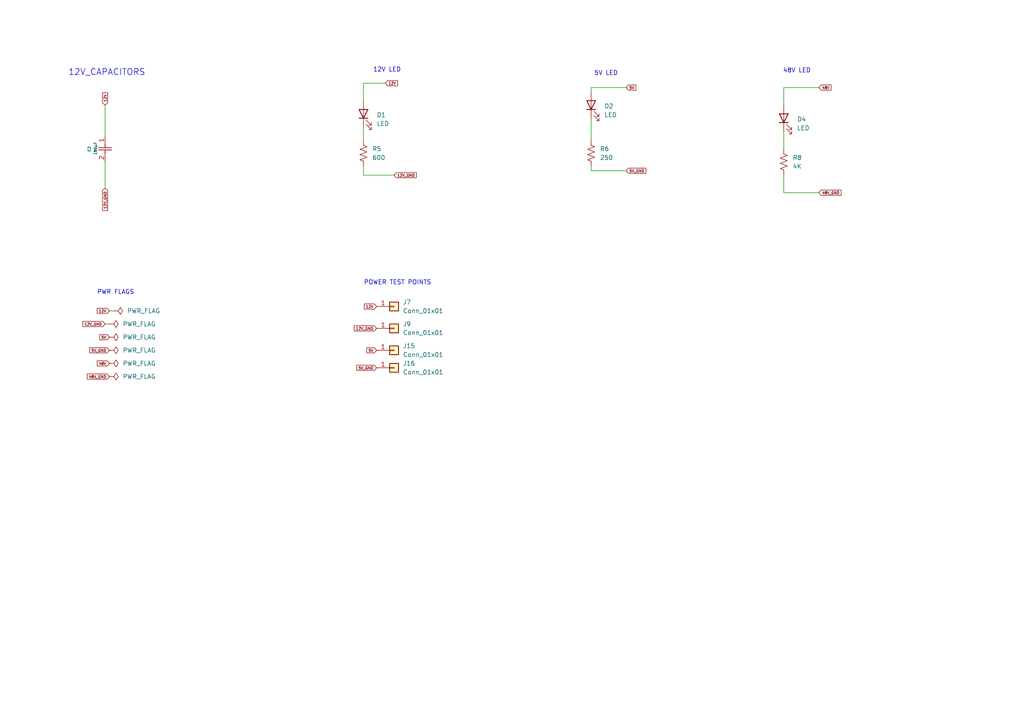
<source format=kicad_sch>
(kicad_sch (version 20231120) (generator "eeschema") (generator_version "8.0")
  (paper "A4")
  (lib_symbols
    (symbol "2024-10-19_19-04-44:EEE-FN1H181UP" (pin_names (offset 0.254))
      (property "Reference" "C" (at 3.81 3.81 0))
      (property "Value" "EEE-FN1H181UP" (at 3.81 -3.81 0))
      (symbol "EEE-FN1H181UP_1_1"
        (polyline (pts (xy 2.54 0) (xy 3.4798 0)) (stroke (width 0.2032)))
        (polyline (pts (xy 3.4798 -1.905) (xy 3.4798 1.905)) (stroke (width 0.2032)))
        (polyline (pts (xy 4.1148 -1.905) (xy 4.1148 1.905)) (stroke (width 0.2032)))
        (polyline (pts (xy 4.1148 0) (xy 5.08 0)) (stroke (width 0.2032)))
        (pin unspecified line (at 0 0 0) (length 2.54) (name "") (number "1"))
        (pin unspecified line (at 7.62 0 180) (length 2.54) (name "") (number "2"))
      )
      (symbol "EEE-FN1H181UP_1_2"
        (polyline (pts (xy -1.905 -4.1148) (xy 1.905 -4.1148)) (stroke (width 0.2032)))
        (polyline (pts (xy -1.905 -3.4798) (xy 1.905 -3.4798)) (stroke (width 0.2032)))
        (polyline (pts (xy 0 -4.1148) (xy 0 -5.08)) (stroke (width 0.2032)))
        (polyline (pts (xy 0 -2.54) (xy 0 -3.4798)) (stroke (width 0.2032)))
        (pin unspecified line (at 0 0 270) (length 2.54) (name "") (number "1"))
        (pin unspecified line (at 0 -7.62 90) (length 2.54) (name "") (number "2"))
      )
    )
    (symbol "Connector_Generic:Conn_01x01" (pin_names (offset 1.016) hide)
      (property "Reference" "J" (at 0 2.54 0))
      (property "Value" "Conn_01x01" (at 0 -2.54 0))
      (symbol "Conn_01x01_1_1"
        (rectangle (start -1.27 0.127) (end 0 -0.127) (stroke (width 0.1524)))
        (rectangle (start -1.27 1.27) (end 1.27 -1.27) (stroke (width 0.254)) (fill (type background)))
        (pin passive line (at -5.08 0 0) (length 3.81) (name "Pin_1") (number "1"))
      )
    )
    (symbol "Device:LED" (pin_numbers hide) (pin_names (offset 1.016) hide)
      (property "Reference" "D" (at 0 2.54 0))
      (property "Value" "LED" (at 0 -2.54 0))
      (symbol "LED_0_1"
        (polyline (pts (xy -1.27 -1.27) (xy -1.27 1.27)) (stroke (width 0.254)))
        (polyline (pts (xy -1.27 0) (xy 1.27 0)))
        (polyline (pts (xy 1.27 -1.27) (xy 1.27 1.27) (xy -1.27 0) (xy 1.27 -1.27)) (stroke (width 0.254)))
        (polyline (pts (xy -3.048 -0.762) (xy -4.572 -2.286) (xy -3.81 -2.286) (xy -4.572 -2.286) (xy -4.572 -1.524)))
        (polyline (pts (xy -1.778 -0.762) (xy -3.302 -2.286) (xy -2.54 -2.286) (xy -3.302 -2.286) (xy -3.302 -1.524)))
      )
      (symbol "LED_1_1"
        (pin passive line (at -3.81 0 0) (length 2.54) (name "K") (number "1"))
        (pin passive line (at 3.81 0 180) (length 2.54) (name "A") (number "2"))
      )
    )
    (symbol "Device:R_US" (pin_numbers hide) (pin_names (offset 0))
      (property "Reference" "R" (at 2.54 0 90))
      (property "Value" "R_US" (at -2.54 0 90))
      (symbol "R_US_0_1"
        (polyline (pts (xy 0 -2.286) (xy 0 -2.54)))
        (polyline (pts (xy 0 2.286) (xy 0 2.54)))
        (polyline (pts (xy 0 -0.762) (xy 1.016 -1.143) (xy 0 -1.524) (xy -1.016 -1.905) (xy 0 -2.286)))
        (polyline (pts (xy 0 0.762) (xy 1.016 0.381) (xy 0 0) (xy -1.016 -0.381) (xy 0 -0.762)))
        (polyline (pts (xy 0 2.286) (xy 1.016 1.905) (xy 0 1.524) (xy -1.016 1.143) (xy 0 0.762)))
      )
      (symbol "R_US_1_1"
        (pin passive line (at 0 3.81 270) (length 1.27) (name "~") (number "1"))
        (pin passive line (at 0 -3.81 90) (length 1.27) (name "~") (number "2"))
      )
    )
    (symbol "power:PWR_FLAG" (power) (pin_numbers hide) (pin_names (offset 0) hide)
      (property "Value" "PWR_FLAG" (at 0 3.81 0))
      (symbol "PWR_FLAG_0_0"
        (pin power_out line (at 0 0 90) (length 0) (name "~") (number "1"))
      )
      (symbol "PWR_FLAG_0_1"
        (polyline (pts (xy 0 0) (xy 0 1.27) (xy -1.016 1.905) (xy 0 2.54) (xy 1.016 1.905) (xy 0 1.27)))
      )
    )
  )
  (wire (pts (xy 227.33 25.4) (xy 227.33 30.48)))
  (wire (pts (xy 111.76 24.13) (xy 105.41 24.13)))
  (wire (pts (xy 227.33 50.8) (xy 227.33 55.88)))
  (wire (pts (xy 171.45 25.4) (xy 171.45 26.67)))
  (wire (pts (xy 105.41 36.83) (xy 105.41 40.64)))
  (wire (pts (xy 227.33 55.88) (xy 237.49 55.88)))
  (wire (pts (xy 105.41 24.13) (xy 105.41 29.21)))
  (wire (pts (xy 171.45 34.29) (xy 171.45 40.64)))
  (wire (pts (xy 105.41 48.26) (xy 105.41 50.8)))
  (wire (pts (xy 237.49 25.4) (xy 227.33 25.4)))
  (wire (pts (xy 31.75 90.17) (xy 33.02 90.17)))
  (wire (pts (xy 30.48 30.48) (xy 30.48 39.37)))
  (wire (pts (xy 181.61 25.4) (xy 171.45 25.4)))
  (wire (pts (xy 171.45 49.53) (xy 181.61 49.53)))
  (wire (pts (xy 227.33 38.1) (xy 227.33 43.18)))
  (wire (pts (xy 171.45 48.26) (xy 171.45 49.53)))
  (wire (pts (xy 105.41 50.8) (xy 114.3 50.8)))
  (wire (pts (xy 30.48 93.98) (xy 31.75 93.98)))
  (wire (pts (xy 30.48 46.99) (xy 30.48 54.61)))
  (text "12V_CAPACITORS" (at 30.988 21.082 0) (effects (font (size 1.778 1.778))))
  (text "POWER TEST POINTS" (at 115.316 82.042 0) (effects (font (size 1.27 1.27))))
  (text "12V LED" (at 112.268 20.32 0) (effects (font (size 1.27 1.27))))
  (text "5V LED" (at 175.768 21.336 0) (effects (font (size 1.27 1.27))))
  (text "48V LED" (at 231.14 20.574 0) (effects (font (size 1.27 1.27))))
  (text "PWR FLAGS" (at 33.528 84.836 0) (effects (font (size 1.27 1.27))))
  (global_label "12V" (shape input) (at 111.76 24.13 0) (effects (font (size 0.762 0.762))) (property "Intersheetrefs" "${INTERSHEET_REFS}" (effects (hide yes))))
  (global_label "5V" (shape input) (at 31.75 97.79 180) (effects (font (size 0.762 0.762))) (property "Intersheetrefs" "${INTERSHEET_REFS}" (effects (hide yes))))
  (global_label "48V" (shape input) (at 31.75 105.41 180) (effects (font (size 0.762 0.762))) (property "Intersheetrefs" "${INTERSHEET_REFS}" (effects (hide yes))))
  (global_label "12V_GND" (shape input) (at 109.22 95.25 180) (effects (font (size 0.762 0.762))) (property "Intersheetrefs" "${INTERSHEET_REFS}" (effects (hide yes))))
  (global_label "48V" (shape input) (at 237.49 25.4 0) (effects (font (size 0.762 0.762))) (property "Intersheetrefs" "${INTERSHEET_REFS}" (effects (hide yes))))
  (global_label "5V" (shape input) (at 109.22 101.6 180) (effects (font (size 0.762 0.762))) (property "Intersheetrefs" "${INTERSHEET_REFS}" (effects (hide yes))))
  (global_label "5V_GND" (shape input) (at 181.61 49.53 0) (effects (font (size 0.762 0.762))) (property "Intersheetrefs" "${INTERSHEET_REFS}" (effects (hide yes))))
  (global_label "5V_GND" (shape input) (at 31.75 101.6 180) (effects (font (size 0.762 0.762))) (property "Intersheetrefs" "${INTERSHEET_REFS}" (effects (hide yes))))
  (global_label "12V" (shape input) (at 109.22 88.9 180) (effects (font (size 0.762 0.762))) (property "Intersheetrefs" "${INTERSHEET_REFS}" (effects (hide yes))))
  (global_label "48V_GND" (shape input) (at 31.75 109.22 180) (effects (font (size 0.762 0.762))) (property "Intersheetrefs" "${INTERSHEET_REFS}" (effects (hide yes))))
  (global_label "12V" (shape input) (at 31.75 90.17 180) (effects (font (size 0.762 0.762))) (property "Intersheetrefs" "${INTERSHEET_REFS}" (effects (hide yes))))
  (global_label "12V" (shape input) (at 30.48 30.48 90) (effects (font (size 0.762 0.762))) (property "Intersheetrefs" "${INTERSHEET_REFS}" (effects (hide yes))))
  (global_label "5V" (shape input) (at 181.61 25.4 0) (effects (font (size 0.762 0.762))) (property "Intersheetrefs" "${INTERSHEET_REFS}" (effects (hide yes))))
  (global_label "48V_GND" (shape input) (at 237.49 55.88 0) (effects (font (size 0.762 0.762))) (property "Intersheetrefs" "${INTERSHEET_REFS}" (effects (hide yes))))
  (global_label "12V_GND" (shape input) (at 30.48 54.61 270) (effects (font (size 0.762 0.762))) (property "Intersheetrefs" "${INTERSHEET_REFS}" (effects (hide yes))))
  (global_label "12V_GND" (shape input) (at 30.48 93.98 180) (effects (font (size 0.762 0.762))) (property "Intersheetrefs" "${INTERSHEET_REFS}" (effects (hide yes))))
  (global_label "5V_GND" (shape input) (at 109.22 106.68 180) (effects (font (size 0.762 0.762))) (property "Intersheetrefs" "${INTERSHEET_REFS}" (effects (hide yes))))
  (global_label "12V_GND" (shape input) (at 114.3 50.8 0) (effects (font (size 0.762 0.762))) (property "Intersheetrefs" "${INTERSHEET_REFS}" (effects (hide yes))))
  (symbol (lib_id "power:PWR_FLAG") (at 31.75 105.41 270) (unit 1)
    (property "Reference" "#FLG07" (effects (hide yes)))
    (property "Value" "PWR_FLAG" (at 35.56 105.4099 90) (effects (justify left)))
    (property "Description" "Special symbol for telling ERC where power comes from" (effects (hide yes)))
  )
  (symbol (lib_id "power:PWR_FLAG") (at 31.75 97.79 270) (unit 1)
    (property "Reference" "#FLG03" (effects (hide yes)))
    (property "Value" "PWR_FLAG" (at 35.56 97.7899 90) (effects (justify left)))
    (property "Description" "Special symbol for telling ERC where power comes from" (effects (hide yes)))
  )
  (symbol (lib_id "Connector_Generic:Conn_01x01") (at 114.3 95.25 0) (unit 1)
    (property "Reference" "J9" (at 116.84 93.9799 0) (effects (justify left)))
    (property "Value" "Conn_01x01" (at 116.84 96.5199 0) (effects (justify left)))
    (property "Footprint" "TestPoint:TestPoint_Pad_D4.0mm" (effects (hide yes)))
    (property "Description" "Generic connector, single row, 01x01, script generated (kicad-library-utils/schlib/autogen/connector/)" (effects (hide yes)))
  )
  (symbol (lib_id "Device:LED") (at 171.45 30.48 90) (unit 1)
    (property "Reference" "D2" (at 175.26 30.7974 90) (effects (justify right)))
    (property "Value" "LED" (at 175.26 33.3374 90) (effects (justify right)))
    (property "Footprint" "LED_SMD:LED_0805_2012Metric_Pad1.15x1.40mm_HandSolder" (effects (hide yes)))
    (property "Description" "Light emitting diode" (effects (hide yes)))
  )
  (symbol (lib_id "power:PWR_FLAG") (at 31.75 93.98 270) (unit 1)
    (property "Reference" "#FLG04" (effects (hide yes)))
    (property "Value" "PWR_FLAG" (at 35.56 93.9799 90) (effects (justify left)))
    (property "Description" "Special symbol for telling ERC where power comes from" (effects (hide yes)))
  )
  (symbol (lib_id "Connector_Generic:Conn_01x01") (at 114.3 106.68 0) (unit 1)
    (property "Reference" "J16" (at 116.84 105.4099 0) (effects (justify left)))
    (property "Value" "Conn_01x01" (at 116.84 107.9499 0) (effects (justify left)))
    (property "Footprint" "TestPoint:TestPoint_Pad_D4.0mm" (effects (hide yes)))
    (property "Description" "Generic connector, single row, 01x01, script generated (kicad-library-utils/schlib/autogen/connector/)" (effects (hide yes)))
  )
  (symbol (lib_id "2024-10-19_19-04-44:EEE-FN1H181UP") (at 30.48 39.37 270) (unit 1)
    (property "Reference" "C2" (at 25.908 42.418 0) (effects (font (size 0.762 0.762)) (justify left)))
    (property "Value" "180μF" (at 27.686 41.148 0) (effects (font (size 0.762 0.762)) (justify left)))
    (property "Footprint" "EEE_FT1E561UPfootprints:CAP_FT_F_PAN" (effects (hide yes)))
    (property "Datasheet" "EEE-FN1H181UP" (effects (hide yes)))
  )
  (symbol (lib_id "Connector_Generic:Conn_01x01") (at 114.3 88.9 0) (unit 1)
    (property "Reference" "J7" (at 116.84 87.6299 0) (effects (justify left)))
    (property "Value" "Conn_01x01" (at 116.84 90.1699 0) (effects (justify left)))
    (property "Footprint" "TestPoint:TestPoint_Pad_D4.0mm" (effects (hide yes)))
    (property "Description" "Generic connector, single row, 01x01, script generated (kicad-library-utils/schlib/autogen/connector/)" (effects (hide yes)))
  )
  (symbol (lib_id "Device:R_US") (at 105.41 44.45 0) (unit 1)
    (property "Reference" "R5" (at 107.95 43.1799 0) (effects (justify left)))
    (property "Value" "600" (at 107.95 45.7199 0) (effects (justify left)))
    (property "Footprint" "Resistor_SMD:R_0603_1608Metric_Pad0.98x0.95mm_HandSolder" (effects (hide yes)))
    (property "Description" "Resistor, US symbol" (effects (hide yes)))
  )
  (symbol (lib_id "Device:LED") (at 105.41 33.02 90) (unit 1)
    (property "Reference" "D1" (at 109.22 33.3374 90) (effects (justify right)))
    (property "Value" "LED" (at 109.22 35.8774 90) (effects (justify right)))
    (property "Footprint" "LED_SMD:LED_0805_2012Metric_Pad1.15x1.40mm_HandSolder" (effects (hide yes)))
    (property "Description" "Light emitting diode" (effects (hide yes)))
  )
  (symbol (lib_id "Device:LED") (at 227.33 34.29 90) (unit 1)
    (property "Reference" "D4" (at 231.14 34.6074 90) (effects (justify right)))
    (property "Value" "LED" (at 231.14 37.1474 90) (effects (justify right)))
    (property "Footprint" "LED_SMD:LED_0805_2012Metric_Pad1.15x1.40mm_HandSolder" (effects (hide yes)))
    (property "Description" "Light emitting diode" (effects (hide yes)))
  )
  (symbol (lib_id "Device:R_US") (at 171.45 44.45 0) (unit 1)
    (property "Reference" "R6" (at 173.99 43.1799 0) (effects (justify left)))
    (property "Value" "250" (at 173.99 45.7199 0) (effects (justify left)))
    (property "Footprint" "Resistor_SMD:R_0603_1608Metric_Pad0.98x0.95mm_HandSolder" (effects (hide yes)))
    (property "Description" "Resistor, US symbol" (effects (hide yes)))
  )
  (symbol (lib_id "power:PWR_FLAG") (at 31.75 101.6 270) (unit 1)
    (property "Reference" "#FLG06" (effects (hide yes)))
    (property "Value" "PWR_FLAG" (at 35.56 101.5999 90) (effects (justify left)))
    (property "Description" "Special symbol for telling ERC where power comes from" (effects (hide yes)))
  )
  (symbol (lib_id "power:PWR_FLAG") (at 31.75 109.22 270) (unit 1)
    (property "Reference" "#FLG08" (effects (hide yes)))
    (property "Value" "PWR_FLAG" (at 35.56 109.2199 90) (effects (justify left)))
    (property "Description" "Special symbol for telling ERC where power comes from" (effects (hide yes)))
  )
  (symbol (lib_id "Device:R_US") (at 227.33 46.99 0) (unit 1)
    (property "Reference" "R8" (at 229.87 45.7199 0) (effects (justify left)))
    (property "Value" "4K" (at 229.87 48.2599 0) (effects (justify left)))
    (property "Footprint" "Resistor_SMD:R_0603_1608Metric_Pad0.98x0.95mm_HandSolder" (effects (hide yes)))
    (property "Description" "Resistor, US symbol" (effects (hide yes)))
  )
  (symbol (lib_id "power:PWR_FLAG") (at 33.02 90.17 270) (unit 1)
    (property "Reference" "#FLG02" (effects (hide yes)))
    (property "Value" "PWR_FLAG" (at 36.83 90.1699 90) (effects (justify left)))
    (property "Description" "Special symbol for telling ERC where power comes from" (effects (hide yes)))
  )
  (symbol (lib_id "Connector_Generic:Conn_01x01") (at 114.3 101.6 0) (unit 1)
    (property "Reference" "J15" (at 116.84 100.3299 0) (effects (justify left)))
    (property "Value" "Conn_01x01" (at 116.84 102.8699 0) (effects (justify left)))
    (property "Footprint" "TestPoint:TestPoint_Pad_D4.0mm" (effects (hide yes)))
    (property "Description" "Generic connector, single row, 01x01, script generated (kicad-library-utils/schlib/autogen/connector/)" (effects (hide yes)))
  )
)
</source>
